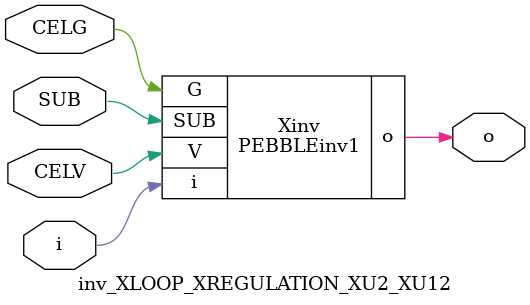
<source format=v>



module PEBBLEinv1 ( o, G, SUB, V, i );

  input V;
  input i;
  input G;
  output o;
  input SUB;
endmodule

//Celera Confidential Do Not Copy inv_XLOOP_XREGULATION_XU2_XU12
//Celera Confidential Symbol Generator
//5V Inverter
module inv_XLOOP_XREGULATION_XU2_XU12 (CELV,CELG,i,o,SUB);
input CELV;
input CELG;
input i;
input SUB;
output o;

//Celera Confidential Do Not Copy inv
PEBBLEinv1 Xinv(
.V (CELV),
.i (i),
.o (o),
.SUB (SUB),
.G (CELG)
);
//,diesize,PEBBLEinv1

//Celera Confidential Do Not Copy Module End
//Celera Schematic Generator
endmodule

</source>
